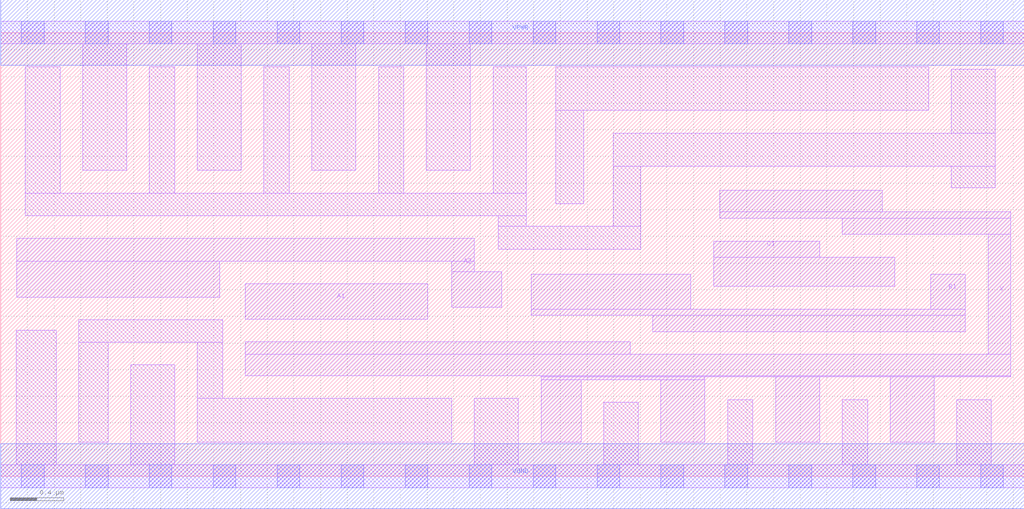
<source format=lef>
# Copyright 2020 The SkyWater PDK Authors
#
# Licensed under the Apache License, Version 2.0 (the "License");
# you may not use this file except in compliance with the License.
# You may obtain a copy of the License at
#
#     https://www.apache.org/licenses/LICENSE-2.0
#
# Unless required by applicable law or agreed to in writing, software
# distributed under the License is distributed on an "AS IS" BASIS,
# WITHOUT WARRANTIES OR CONDITIONS OF ANY KIND, either express or implied.
# See the License for the specific language governing permissions and
# limitations under the License.
#
# SPDX-License-Identifier: Apache-2.0

VERSION 5.7 ;
  NAMESCASESENSITIVE ON ;
  NOWIREEXTENSIONATPIN ON ;
  DIVIDERCHAR "/" ;
  BUSBITCHARS "[]" ;
UNITS
  DATABASE MICRONS 200 ;
END UNITS
MACRO sky130_fd_sc_lp__a211oi_4
  CLASS CORE ;
  SOURCE USER ;
  FOREIGN sky130_fd_sc_lp__a211oi_4 ;
  ORIGIN  0.000000  0.000000 ;
  SIZE  7.680000 BY  3.330000 ;
  SYMMETRY X Y R90 ;
  SITE unit ;
  PIN A1
    ANTENNAGATEAREA  1.260000 ;
    DIRECTION INPUT ;
    USE SIGNAL ;
    PORT
      LAYER li1 ;
        RECT 1.835000 1.180000 3.205000 1.445000 ;
    END
  END A1
  PIN A2
    ANTENNAGATEAREA  1.260000 ;
    DIRECTION INPUT ;
    USE SIGNAL ;
    PORT
      LAYER li1 ;
        RECT 0.120000 1.345000 1.645000 1.615000 ;
        RECT 0.120000 1.615000 3.555000 1.785000 ;
        RECT 3.385000 1.270000 3.760000 1.535000 ;
        RECT 3.385000 1.535000 3.555000 1.615000 ;
    END
  END A2
  PIN B1
    ANTENNAGATEAREA  1.260000 ;
    DIRECTION INPUT ;
    USE SIGNAL ;
    PORT
      LAYER li1 ;
        RECT 3.980000 1.210000 7.240000 1.255000 ;
        RECT 3.980000 1.255000 5.180000 1.515000 ;
        RECT 4.895000 1.085000 7.240000 1.210000 ;
        RECT 6.980000 1.255000 7.240000 1.515000 ;
    END
  END B1
  PIN C1
    ANTENNAGATEAREA  1.260000 ;
    DIRECTION INPUT ;
    USE SIGNAL ;
    PORT
      LAYER li1 ;
        RECT 5.350000 1.425000 6.710000 1.645000 ;
        RECT 5.350000 1.645000 6.145000 1.765000 ;
    END
  END C1
  PIN Y
    ANTENNADIFFAREA  2.116800 ;
    DIRECTION OUTPUT ;
    USE SIGNAL ;
    PORT
      LAYER li1 ;
        RECT 1.835000 0.755000 7.580000 0.915000 ;
        RECT 1.835000 0.915000 4.725000 1.010000 ;
        RECT 4.055000 0.255000 4.355000 0.725000 ;
        RECT 4.055000 0.725000 5.285000 0.745000 ;
        RECT 4.055000 0.745000 7.580000 0.755000 ;
        RECT 4.955000 0.255000 5.285000 0.725000 ;
        RECT 5.395000 1.935000 7.580000 1.985000 ;
        RECT 5.395000 1.985000 6.615000 2.145000 ;
        RECT 5.815000 0.255000 6.145000 0.745000 ;
        RECT 6.315000 1.815000 7.580000 1.935000 ;
        RECT 6.675000 0.255000 7.005000 0.745000 ;
        RECT 7.410000 0.915000 7.580000 1.815000 ;
    END
  END Y
  PIN VGND
    DIRECTION INOUT ;
    USE GROUND ;
    PORT
      LAYER met1 ;
        RECT 0.000000 -0.245000 7.680000 0.245000 ;
    END
  END VGND
  PIN VPWR
    DIRECTION INOUT ;
    USE POWER ;
    PORT
      LAYER met1 ;
        RECT 0.000000 3.085000 7.680000 3.575000 ;
    END
  END VPWR
  OBS
    LAYER li1 ;
      RECT 0.000000 -0.085000 7.680000 0.085000 ;
      RECT 0.000000  3.245000 7.680000 3.415000 ;
      RECT 0.115000  0.085000 0.415000 1.095000 ;
      RECT 0.185000  1.955000 3.945000 2.125000 ;
      RECT 0.185000  2.125000 0.445000 3.075000 ;
      RECT 0.585000  0.255000 0.805000 1.005000 ;
      RECT 0.585000  1.005000 1.665000 1.175000 ;
      RECT 0.615000  2.295000 0.945000 3.245000 ;
      RECT 0.975000  0.085000 1.305000 0.835000 ;
      RECT 1.115000  2.125000 1.305000 3.075000 ;
      RECT 1.475000  0.255000 3.385000 0.585000 ;
      RECT 1.475000  0.585000 1.665000 1.005000 ;
      RECT 1.475000  2.295000 1.805000 3.245000 ;
      RECT 1.975000  2.125000 2.165000 3.075000 ;
      RECT 2.335000  2.295000 2.665000 3.245000 ;
      RECT 2.835000  2.125000 3.025000 3.075000 ;
      RECT 3.195000  2.295000 3.525000 3.245000 ;
      RECT 3.555000  0.085000 3.885000 0.585000 ;
      RECT 3.695000  2.125000 3.945000 3.075000 ;
      RECT 3.735000  1.705000 4.805000 1.875000 ;
      RECT 3.735000  1.875000 3.945000 1.955000 ;
      RECT 4.165000  2.045000 4.375000 2.745000 ;
      RECT 4.165000  2.745000 6.965000 3.075000 ;
      RECT 4.525000  0.085000 4.785000 0.555000 ;
      RECT 4.595000  1.875000 4.805000 2.325000 ;
      RECT 4.595000  2.325000 7.465000 2.575000 ;
      RECT 5.455000  0.085000 5.645000 0.575000 ;
      RECT 6.315000  0.085000 6.505000 0.575000 ;
      RECT 7.135000  2.165000 7.465000 2.325000 ;
      RECT 7.135000  2.575000 7.465000 3.055000 ;
      RECT 7.175000  0.085000 7.435000 0.575000 ;
    LAYER mcon ;
      RECT 0.155000 -0.085000 0.325000 0.085000 ;
      RECT 0.155000  3.245000 0.325000 3.415000 ;
      RECT 0.635000 -0.085000 0.805000 0.085000 ;
      RECT 0.635000  3.245000 0.805000 3.415000 ;
      RECT 1.115000 -0.085000 1.285000 0.085000 ;
      RECT 1.115000  3.245000 1.285000 3.415000 ;
      RECT 1.595000 -0.085000 1.765000 0.085000 ;
      RECT 1.595000  3.245000 1.765000 3.415000 ;
      RECT 2.075000 -0.085000 2.245000 0.085000 ;
      RECT 2.075000  3.245000 2.245000 3.415000 ;
      RECT 2.555000 -0.085000 2.725000 0.085000 ;
      RECT 2.555000  3.245000 2.725000 3.415000 ;
      RECT 3.035000 -0.085000 3.205000 0.085000 ;
      RECT 3.035000  3.245000 3.205000 3.415000 ;
      RECT 3.515000 -0.085000 3.685000 0.085000 ;
      RECT 3.515000  3.245000 3.685000 3.415000 ;
      RECT 3.995000 -0.085000 4.165000 0.085000 ;
      RECT 3.995000  3.245000 4.165000 3.415000 ;
      RECT 4.475000 -0.085000 4.645000 0.085000 ;
      RECT 4.475000  3.245000 4.645000 3.415000 ;
      RECT 4.955000 -0.085000 5.125000 0.085000 ;
      RECT 4.955000  3.245000 5.125000 3.415000 ;
      RECT 5.435000 -0.085000 5.605000 0.085000 ;
      RECT 5.435000  3.245000 5.605000 3.415000 ;
      RECT 5.915000 -0.085000 6.085000 0.085000 ;
      RECT 5.915000  3.245000 6.085000 3.415000 ;
      RECT 6.395000 -0.085000 6.565000 0.085000 ;
      RECT 6.395000  3.245000 6.565000 3.415000 ;
      RECT 6.875000 -0.085000 7.045000 0.085000 ;
      RECT 6.875000  3.245000 7.045000 3.415000 ;
      RECT 7.355000 -0.085000 7.525000 0.085000 ;
      RECT 7.355000  3.245000 7.525000 3.415000 ;
  END
END sky130_fd_sc_lp__a211oi_4
END LIBRARY

</source>
